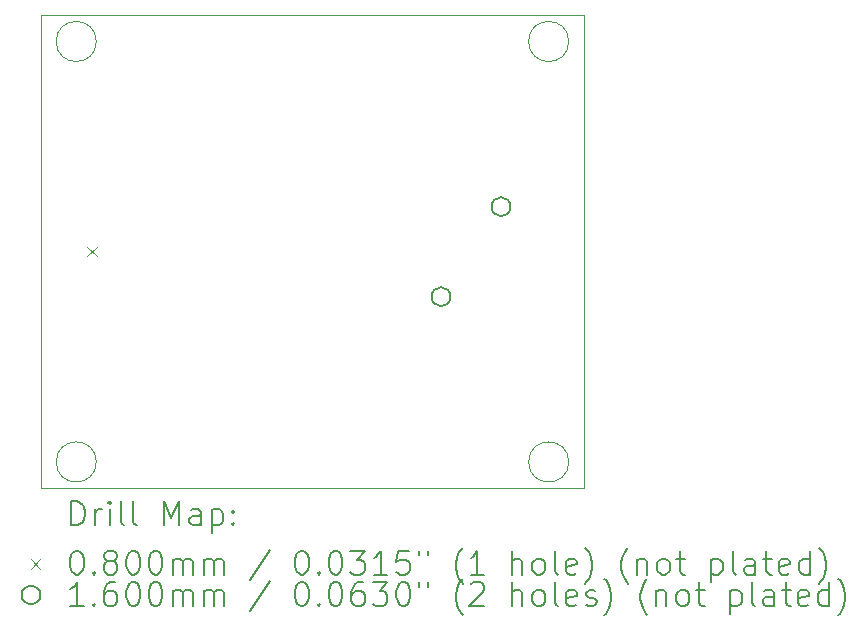
<source format=gbr>
%TF.GenerationSoftware,KiCad,Pcbnew,9.0.0*%
%TF.CreationDate,2025-03-06T01:47:33+08:00*%
%TF.ProjectId,HighDRMic_EVB,48696768-4452-44d6-9963-5f4556422e6b,rev?*%
%TF.SameCoordinates,Original*%
%TF.FileFunction,Drillmap*%
%TF.FilePolarity,Positive*%
%FSLAX45Y45*%
G04 Gerber Fmt 4.5, Leading zero omitted, Abs format (unit mm)*
G04 Created by KiCad (PCBNEW 9.0.0) date 2025-03-06 01:47:33*
%MOMM*%
%LPD*%
G01*
G04 APERTURE LIST*
%ADD10C,0.050000*%
%ADD11C,0.200000*%
%ADD12C,0.100000*%
%ADD13C,0.160000*%
G04 APERTURE END LIST*
D10*
X15670000Y-11780000D02*
G75*
G02*
X15330000Y-11780000I-170000J0D01*
G01*
X15330000Y-11780000D02*
G75*
G02*
X15670000Y-11780000I170000J0D01*
G01*
X19670000Y-8220000D02*
G75*
G02*
X19330000Y-8220000I-170000J0D01*
G01*
X19330000Y-8220000D02*
G75*
G02*
X19670000Y-8220000I170000J0D01*
G01*
X15200000Y-8000000D02*
X19800000Y-8000000D01*
X19800000Y-12000000D01*
X15200000Y-12000000D01*
X15200000Y-8000000D01*
X15670000Y-8220000D02*
G75*
G02*
X15330000Y-8220000I-170000J0D01*
G01*
X15330000Y-8220000D02*
G75*
G02*
X15670000Y-8220000I170000J0D01*
G01*
X19670000Y-11780000D02*
G75*
G02*
X19330000Y-11780000I-170000J0D01*
G01*
X19330000Y-11780000D02*
G75*
G02*
X19670000Y-11780000I170000J0D01*
G01*
D11*
D12*
X15592000Y-9960000D02*
X15672000Y-10040000D01*
X15672000Y-9960000D02*
X15592000Y-10040000D01*
D13*
X18669000Y-10381000D02*
G75*
G02*
X18509000Y-10381000I-80000J0D01*
G01*
X18509000Y-10381000D02*
G75*
G02*
X18669000Y-10381000I80000J0D01*
G01*
X19177000Y-9619000D02*
G75*
G02*
X19017000Y-9619000I-80000J0D01*
G01*
X19017000Y-9619000D02*
G75*
G02*
X19177000Y-9619000I80000J0D01*
G01*
D11*
X15458277Y-12313984D02*
X15458277Y-12113984D01*
X15458277Y-12113984D02*
X15505896Y-12113984D01*
X15505896Y-12113984D02*
X15534467Y-12123508D01*
X15534467Y-12123508D02*
X15553515Y-12142555D01*
X15553515Y-12142555D02*
X15563039Y-12161603D01*
X15563039Y-12161603D02*
X15572562Y-12199698D01*
X15572562Y-12199698D02*
X15572562Y-12228269D01*
X15572562Y-12228269D02*
X15563039Y-12266365D01*
X15563039Y-12266365D02*
X15553515Y-12285412D01*
X15553515Y-12285412D02*
X15534467Y-12304460D01*
X15534467Y-12304460D02*
X15505896Y-12313984D01*
X15505896Y-12313984D02*
X15458277Y-12313984D01*
X15658277Y-12313984D02*
X15658277Y-12180650D01*
X15658277Y-12218746D02*
X15667801Y-12199698D01*
X15667801Y-12199698D02*
X15677324Y-12190174D01*
X15677324Y-12190174D02*
X15696372Y-12180650D01*
X15696372Y-12180650D02*
X15715420Y-12180650D01*
X15782086Y-12313984D02*
X15782086Y-12180650D01*
X15782086Y-12113984D02*
X15772562Y-12123508D01*
X15772562Y-12123508D02*
X15782086Y-12133031D01*
X15782086Y-12133031D02*
X15791610Y-12123508D01*
X15791610Y-12123508D02*
X15782086Y-12113984D01*
X15782086Y-12113984D02*
X15782086Y-12133031D01*
X15905896Y-12313984D02*
X15886848Y-12304460D01*
X15886848Y-12304460D02*
X15877324Y-12285412D01*
X15877324Y-12285412D02*
X15877324Y-12113984D01*
X16010658Y-12313984D02*
X15991610Y-12304460D01*
X15991610Y-12304460D02*
X15982086Y-12285412D01*
X15982086Y-12285412D02*
X15982086Y-12113984D01*
X16239229Y-12313984D02*
X16239229Y-12113984D01*
X16239229Y-12113984D02*
X16305896Y-12256841D01*
X16305896Y-12256841D02*
X16372562Y-12113984D01*
X16372562Y-12113984D02*
X16372562Y-12313984D01*
X16553515Y-12313984D02*
X16553515Y-12209222D01*
X16553515Y-12209222D02*
X16543991Y-12190174D01*
X16543991Y-12190174D02*
X16524943Y-12180650D01*
X16524943Y-12180650D02*
X16486848Y-12180650D01*
X16486848Y-12180650D02*
X16467801Y-12190174D01*
X16553515Y-12304460D02*
X16534467Y-12313984D01*
X16534467Y-12313984D02*
X16486848Y-12313984D01*
X16486848Y-12313984D02*
X16467801Y-12304460D01*
X16467801Y-12304460D02*
X16458277Y-12285412D01*
X16458277Y-12285412D02*
X16458277Y-12266365D01*
X16458277Y-12266365D02*
X16467801Y-12247317D01*
X16467801Y-12247317D02*
X16486848Y-12237793D01*
X16486848Y-12237793D02*
X16534467Y-12237793D01*
X16534467Y-12237793D02*
X16553515Y-12228269D01*
X16648753Y-12180650D02*
X16648753Y-12380650D01*
X16648753Y-12190174D02*
X16667801Y-12180650D01*
X16667801Y-12180650D02*
X16705896Y-12180650D01*
X16705896Y-12180650D02*
X16724943Y-12190174D01*
X16724943Y-12190174D02*
X16734467Y-12199698D01*
X16734467Y-12199698D02*
X16743991Y-12218746D01*
X16743991Y-12218746D02*
X16743991Y-12275888D01*
X16743991Y-12275888D02*
X16734467Y-12294936D01*
X16734467Y-12294936D02*
X16724943Y-12304460D01*
X16724943Y-12304460D02*
X16705896Y-12313984D01*
X16705896Y-12313984D02*
X16667801Y-12313984D01*
X16667801Y-12313984D02*
X16648753Y-12304460D01*
X16829705Y-12294936D02*
X16839229Y-12304460D01*
X16839229Y-12304460D02*
X16829705Y-12313984D01*
X16829705Y-12313984D02*
X16820182Y-12304460D01*
X16820182Y-12304460D02*
X16829705Y-12294936D01*
X16829705Y-12294936D02*
X16829705Y-12313984D01*
X16829705Y-12190174D02*
X16839229Y-12199698D01*
X16839229Y-12199698D02*
X16829705Y-12209222D01*
X16829705Y-12209222D02*
X16820182Y-12199698D01*
X16820182Y-12199698D02*
X16829705Y-12190174D01*
X16829705Y-12190174D02*
X16829705Y-12209222D01*
D12*
X15117500Y-12602500D02*
X15197500Y-12682500D01*
X15197500Y-12602500D02*
X15117500Y-12682500D01*
D11*
X15496372Y-12533984D02*
X15515420Y-12533984D01*
X15515420Y-12533984D02*
X15534467Y-12543508D01*
X15534467Y-12543508D02*
X15543991Y-12553031D01*
X15543991Y-12553031D02*
X15553515Y-12572079D01*
X15553515Y-12572079D02*
X15563039Y-12610174D01*
X15563039Y-12610174D02*
X15563039Y-12657793D01*
X15563039Y-12657793D02*
X15553515Y-12695888D01*
X15553515Y-12695888D02*
X15543991Y-12714936D01*
X15543991Y-12714936D02*
X15534467Y-12724460D01*
X15534467Y-12724460D02*
X15515420Y-12733984D01*
X15515420Y-12733984D02*
X15496372Y-12733984D01*
X15496372Y-12733984D02*
X15477324Y-12724460D01*
X15477324Y-12724460D02*
X15467801Y-12714936D01*
X15467801Y-12714936D02*
X15458277Y-12695888D01*
X15458277Y-12695888D02*
X15448753Y-12657793D01*
X15448753Y-12657793D02*
X15448753Y-12610174D01*
X15448753Y-12610174D02*
X15458277Y-12572079D01*
X15458277Y-12572079D02*
X15467801Y-12553031D01*
X15467801Y-12553031D02*
X15477324Y-12543508D01*
X15477324Y-12543508D02*
X15496372Y-12533984D01*
X15648753Y-12714936D02*
X15658277Y-12724460D01*
X15658277Y-12724460D02*
X15648753Y-12733984D01*
X15648753Y-12733984D02*
X15639229Y-12724460D01*
X15639229Y-12724460D02*
X15648753Y-12714936D01*
X15648753Y-12714936D02*
X15648753Y-12733984D01*
X15772562Y-12619698D02*
X15753515Y-12610174D01*
X15753515Y-12610174D02*
X15743991Y-12600650D01*
X15743991Y-12600650D02*
X15734467Y-12581603D01*
X15734467Y-12581603D02*
X15734467Y-12572079D01*
X15734467Y-12572079D02*
X15743991Y-12553031D01*
X15743991Y-12553031D02*
X15753515Y-12543508D01*
X15753515Y-12543508D02*
X15772562Y-12533984D01*
X15772562Y-12533984D02*
X15810658Y-12533984D01*
X15810658Y-12533984D02*
X15829705Y-12543508D01*
X15829705Y-12543508D02*
X15839229Y-12553031D01*
X15839229Y-12553031D02*
X15848753Y-12572079D01*
X15848753Y-12572079D02*
X15848753Y-12581603D01*
X15848753Y-12581603D02*
X15839229Y-12600650D01*
X15839229Y-12600650D02*
X15829705Y-12610174D01*
X15829705Y-12610174D02*
X15810658Y-12619698D01*
X15810658Y-12619698D02*
X15772562Y-12619698D01*
X15772562Y-12619698D02*
X15753515Y-12629222D01*
X15753515Y-12629222D02*
X15743991Y-12638746D01*
X15743991Y-12638746D02*
X15734467Y-12657793D01*
X15734467Y-12657793D02*
X15734467Y-12695888D01*
X15734467Y-12695888D02*
X15743991Y-12714936D01*
X15743991Y-12714936D02*
X15753515Y-12724460D01*
X15753515Y-12724460D02*
X15772562Y-12733984D01*
X15772562Y-12733984D02*
X15810658Y-12733984D01*
X15810658Y-12733984D02*
X15829705Y-12724460D01*
X15829705Y-12724460D02*
X15839229Y-12714936D01*
X15839229Y-12714936D02*
X15848753Y-12695888D01*
X15848753Y-12695888D02*
X15848753Y-12657793D01*
X15848753Y-12657793D02*
X15839229Y-12638746D01*
X15839229Y-12638746D02*
X15829705Y-12629222D01*
X15829705Y-12629222D02*
X15810658Y-12619698D01*
X15972562Y-12533984D02*
X15991610Y-12533984D01*
X15991610Y-12533984D02*
X16010658Y-12543508D01*
X16010658Y-12543508D02*
X16020182Y-12553031D01*
X16020182Y-12553031D02*
X16029705Y-12572079D01*
X16029705Y-12572079D02*
X16039229Y-12610174D01*
X16039229Y-12610174D02*
X16039229Y-12657793D01*
X16039229Y-12657793D02*
X16029705Y-12695888D01*
X16029705Y-12695888D02*
X16020182Y-12714936D01*
X16020182Y-12714936D02*
X16010658Y-12724460D01*
X16010658Y-12724460D02*
X15991610Y-12733984D01*
X15991610Y-12733984D02*
X15972562Y-12733984D01*
X15972562Y-12733984D02*
X15953515Y-12724460D01*
X15953515Y-12724460D02*
X15943991Y-12714936D01*
X15943991Y-12714936D02*
X15934467Y-12695888D01*
X15934467Y-12695888D02*
X15924943Y-12657793D01*
X15924943Y-12657793D02*
X15924943Y-12610174D01*
X15924943Y-12610174D02*
X15934467Y-12572079D01*
X15934467Y-12572079D02*
X15943991Y-12553031D01*
X15943991Y-12553031D02*
X15953515Y-12543508D01*
X15953515Y-12543508D02*
X15972562Y-12533984D01*
X16163039Y-12533984D02*
X16182086Y-12533984D01*
X16182086Y-12533984D02*
X16201134Y-12543508D01*
X16201134Y-12543508D02*
X16210658Y-12553031D01*
X16210658Y-12553031D02*
X16220182Y-12572079D01*
X16220182Y-12572079D02*
X16229705Y-12610174D01*
X16229705Y-12610174D02*
X16229705Y-12657793D01*
X16229705Y-12657793D02*
X16220182Y-12695888D01*
X16220182Y-12695888D02*
X16210658Y-12714936D01*
X16210658Y-12714936D02*
X16201134Y-12724460D01*
X16201134Y-12724460D02*
X16182086Y-12733984D01*
X16182086Y-12733984D02*
X16163039Y-12733984D01*
X16163039Y-12733984D02*
X16143991Y-12724460D01*
X16143991Y-12724460D02*
X16134467Y-12714936D01*
X16134467Y-12714936D02*
X16124943Y-12695888D01*
X16124943Y-12695888D02*
X16115420Y-12657793D01*
X16115420Y-12657793D02*
X16115420Y-12610174D01*
X16115420Y-12610174D02*
X16124943Y-12572079D01*
X16124943Y-12572079D02*
X16134467Y-12553031D01*
X16134467Y-12553031D02*
X16143991Y-12543508D01*
X16143991Y-12543508D02*
X16163039Y-12533984D01*
X16315420Y-12733984D02*
X16315420Y-12600650D01*
X16315420Y-12619698D02*
X16324943Y-12610174D01*
X16324943Y-12610174D02*
X16343991Y-12600650D01*
X16343991Y-12600650D02*
X16372563Y-12600650D01*
X16372563Y-12600650D02*
X16391610Y-12610174D01*
X16391610Y-12610174D02*
X16401134Y-12629222D01*
X16401134Y-12629222D02*
X16401134Y-12733984D01*
X16401134Y-12629222D02*
X16410658Y-12610174D01*
X16410658Y-12610174D02*
X16429705Y-12600650D01*
X16429705Y-12600650D02*
X16458277Y-12600650D01*
X16458277Y-12600650D02*
X16477324Y-12610174D01*
X16477324Y-12610174D02*
X16486848Y-12629222D01*
X16486848Y-12629222D02*
X16486848Y-12733984D01*
X16582086Y-12733984D02*
X16582086Y-12600650D01*
X16582086Y-12619698D02*
X16591610Y-12610174D01*
X16591610Y-12610174D02*
X16610658Y-12600650D01*
X16610658Y-12600650D02*
X16639229Y-12600650D01*
X16639229Y-12600650D02*
X16658277Y-12610174D01*
X16658277Y-12610174D02*
X16667801Y-12629222D01*
X16667801Y-12629222D02*
X16667801Y-12733984D01*
X16667801Y-12629222D02*
X16677324Y-12610174D01*
X16677324Y-12610174D02*
X16696372Y-12600650D01*
X16696372Y-12600650D02*
X16724943Y-12600650D01*
X16724943Y-12600650D02*
X16743991Y-12610174D01*
X16743991Y-12610174D02*
X16753515Y-12629222D01*
X16753515Y-12629222D02*
X16753515Y-12733984D01*
X17143991Y-12524460D02*
X16972563Y-12781603D01*
X17401134Y-12533984D02*
X17420182Y-12533984D01*
X17420182Y-12533984D02*
X17439229Y-12543508D01*
X17439229Y-12543508D02*
X17448753Y-12553031D01*
X17448753Y-12553031D02*
X17458277Y-12572079D01*
X17458277Y-12572079D02*
X17467801Y-12610174D01*
X17467801Y-12610174D02*
X17467801Y-12657793D01*
X17467801Y-12657793D02*
X17458277Y-12695888D01*
X17458277Y-12695888D02*
X17448753Y-12714936D01*
X17448753Y-12714936D02*
X17439229Y-12724460D01*
X17439229Y-12724460D02*
X17420182Y-12733984D01*
X17420182Y-12733984D02*
X17401134Y-12733984D01*
X17401134Y-12733984D02*
X17382087Y-12724460D01*
X17382087Y-12724460D02*
X17372563Y-12714936D01*
X17372563Y-12714936D02*
X17363039Y-12695888D01*
X17363039Y-12695888D02*
X17353515Y-12657793D01*
X17353515Y-12657793D02*
X17353515Y-12610174D01*
X17353515Y-12610174D02*
X17363039Y-12572079D01*
X17363039Y-12572079D02*
X17372563Y-12553031D01*
X17372563Y-12553031D02*
X17382087Y-12543508D01*
X17382087Y-12543508D02*
X17401134Y-12533984D01*
X17553515Y-12714936D02*
X17563039Y-12724460D01*
X17563039Y-12724460D02*
X17553515Y-12733984D01*
X17553515Y-12733984D02*
X17543991Y-12724460D01*
X17543991Y-12724460D02*
X17553515Y-12714936D01*
X17553515Y-12714936D02*
X17553515Y-12733984D01*
X17686848Y-12533984D02*
X17705896Y-12533984D01*
X17705896Y-12533984D02*
X17724944Y-12543508D01*
X17724944Y-12543508D02*
X17734468Y-12553031D01*
X17734468Y-12553031D02*
X17743991Y-12572079D01*
X17743991Y-12572079D02*
X17753515Y-12610174D01*
X17753515Y-12610174D02*
X17753515Y-12657793D01*
X17753515Y-12657793D02*
X17743991Y-12695888D01*
X17743991Y-12695888D02*
X17734468Y-12714936D01*
X17734468Y-12714936D02*
X17724944Y-12724460D01*
X17724944Y-12724460D02*
X17705896Y-12733984D01*
X17705896Y-12733984D02*
X17686848Y-12733984D01*
X17686848Y-12733984D02*
X17667801Y-12724460D01*
X17667801Y-12724460D02*
X17658277Y-12714936D01*
X17658277Y-12714936D02*
X17648753Y-12695888D01*
X17648753Y-12695888D02*
X17639229Y-12657793D01*
X17639229Y-12657793D02*
X17639229Y-12610174D01*
X17639229Y-12610174D02*
X17648753Y-12572079D01*
X17648753Y-12572079D02*
X17658277Y-12553031D01*
X17658277Y-12553031D02*
X17667801Y-12543508D01*
X17667801Y-12543508D02*
X17686848Y-12533984D01*
X17820182Y-12533984D02*
X17943991Y-12533984D01*
X17943991Y-12533984D02*
X17877325Y-12610174D01*
X17877325Y-12610174D02*
X17905896Y-12610174D01*
X17905896Y-12610174D02*
X17924944Y-12619698D01*
X17924944Y-12619698D02*
X17934468Y-12629222D01*
X17934468Y-12629222D02*
X17943991Y-12648269D01*
X17943991Y-12648269D02*
X17943991Y-12695888D01*
X17943991Y-12695888D02*
X17934468Y-12714936D01*
X17934468Y-12714936D02*
X17924944Y-12724460D01*
X17924944Y-12724460D02*
X17905896Y-12733984D01*
X17905896Y-12733984D02*
X17848753Y-12733984D01*
X17848753Y-12733984D02*
X17829706Y-12724460D01*
X17829706Y-12724460D02*
X17820182Y-12714936D01*
X18134468Y-12733984D02*
X18020182Y-12733984D01*
X18077325Y-12733984D02*
X18077325Y-12533984D01*
X18077325Y-12533984D02*
X18058277Y-12562555D01*
X18058277Y-12562555D02*
X18039229Y-12581603D01*
X18039229Y-12581603D02*
X18020182Y-12591127D01*
X18315420Y-12533984D02*
X18220182Y-12533984D01*
X18220182Y-12533984D02*
X18210658Y-12629222D01*
X18210658Y-12629222D02*
X18220182Y-12619698D01*
X18220182Y-12619698D02*
X18239229Y-12610174D01*
X18239229Y-12610174D02*
X18286849Y-12610174D01*
X18286849Y-12610174D02*
X18305896Y-12619698D01*
X18305896Y-12619698D02*
X18315420Y-12629222D01*
X18315420Y-12629222D02*
X18324944Y-12648269D01*
X18324944Y-12648269D02*
X18324944Y-12695888D01*
X18324944Y-12695888D02*
X18315420Y-12714936D01*
X18315420Y-12714936D02*
X18305896Y-12724460D01*
X18305896Y-12724460D02*
X18286849Y-12733984D01*
X18286849Y-12733984D02*
X18239229Y-12733984D01*
X18239229Y-12733984D02*
X18220182Y-12724460D01*
X18220182Y-12724460D02*
X18210658Y-12714936D01*
X18401134Y-12533984D02*
X18401134Y-12572079D01*
X18477325Y-12533984D02*
X18477325Y-12572079D01*
X18772563Y-12810174D02*
X18763039Y-12800650D01*
X18763039Y-12800650D02*
X18743991Y-12772079D01*
X18743991Y-12772079D02*
X18734468Y-12753031D01*
X18734468Y-12753031D02*
X18724944Y-12724460D01*
X18724944Y-12724460D02*
X18715420Y-12676841D01*
X18715420Y-12676841D02*
X18715420Y-12638746D01*
X18715420Y-12638746D02*
X18724944Y-12591127D01*
X18724944Y-12591127D02*
X18734468Y-12562555D01*
X18734468Y-12562555D02*
X18743991Y-12543508D01*
X18743991Y-12543508D02*
X18763039Y-12514936D01*
X18763039Y-12514936D02*
X18772563Y-12505412D01*
X18953515Y-12733984D02*
X18839230Y-12733984D01*
X18896372Y-12733984D02*
X18896372Y-12533984D01*
X18896372Y-12533984D02*
X18877325Y-12562555D01*
X18877325Y-12562555D02*
X18858277Y-12581603D01*
X18858277Y-12581603D02*
X18839230Y-12591127D01*
X19191611Y-12733984D02*
X19191611Y-12533984D01*
X19277325Y-12733984D02*
X19277325Y-12629222D01*
X19277325Y-12629222D02*
X19267801Y-12610174D01*
X19267801Y-12610174D02*
X19248753Y-12600650D01*
X19248753Y-12600650D02*
X19220182Y-12600650D01*
X19220182Y-12600650D02*
X19201134Y-12610174D01*
X19201134Y-12610174D02*
X19191611Y-12619698D01*
X19401134Y-12733984D02*
X19382087Y-12724460D01*
X19382087Y-12724460D02*
X19372563Y-12714936D01*
X19372563Y-12714936D02*
X19363039Y-12695888D01*
X19363039Y-12695888D02*
X19363039Y-12638746D01*
X19363039Y-12638746D02*
X19372563Y-12619698D01*
X19372563Y-12619698D02*
X19382087Y-12610174D01*
X19382087Y-12610174D02*
X19401134Y-12600650D01*
X19401134Y-12600650D02*
X19429706Y-12600650D01*
X19429706Y-12600650D02*
X19448753Y-12610174D01*
X19448753Y-12610174D02*
X19458277Y-12619698D01*
X19458277Y-12619698D02*
X19467801Y-12638746D01*
X19467801Y-12638746D02*
X19467801Y-12695888D01*
X19467801Y-12695888D02*
X19458277Y-12714936D01*
X19458277Y-12714936D02*
X19448753Y-12724460D01*
X19448753Y-12724460D02*
X19429706Y-12733984D01*
X19429706Y-12733984D02*
X19401134Y-12733984D01*
X19582087Y-12733984D02*
X19563039Y-12724460D01*
X19563039Y-12724460D02*
X19553515Y-12705412D01*
X19553515Y-12705412D02*
X19553515Y-12533984D01*
X19734468Y-12724460D02*
X19715420Y-12733984D01*
X19715420Y-12733984D02*
X19677325Y-12733984D01*
X19677325Y-12733984D02*
X19658277Y-12724460D01*
X19658277Y-12724460D02*
X19648753Y-12705412D01*
X19648753Y-12705412D02*
X19648753Y-12629222D01*
X19648753Y-12629222D02*
X19658277Y-12610174D01*
X19658277Y-12610174D02*
X19677325Y-12600650D01*
X19677325Y-12600650D02*
X19715420Y-12600650D01*
X19715420Y-12600650D02*
X19734468Y-12610174D01*
X19734468Y-12610174D02*
X19743992Y-12629222D01*
X19743992Y-12629222D02*
X19743992Y-12648269D01*
X19743992Y-12648269D02*
X19648753Y-12667317D01*
X19810658Y-12810174D02*
X19820182Y-12800650D01*
X19820182Y-12800650D02*
X19839230Y-12772079D01*
X19839230Y-12772079D02*
X19848753Y-12753031D01*
X19848753Y-12753031D02*
X19858277Y-12724460D01*
X19858277Y-12724460D02*
X19867801Y-12676841D01*
X19867801Y-12676841D02*
X19867801Y-12638746D01*
X19867801Y-12638746D02*
X19858277Y-12591127D01*
X19858277Y-12591127D02*
X19848753Y-12562555D01*
X19848753Y-12562555D02*
X19839230Y-12543508D01*
X19839230Y-12543508D02*
X19820182Y-12514936D01*
X19820182Y-12514936D02*
X19810658Y-12505412D01*
X20172563Y-12810174D02*
X20163039Y-12800650D01*
X20163039Y-12800650D02*
X20143992Y-12772079D01*
X20143992Y-12772079D02*
X20134468Y-12753031D01*
X20134468Y-12753031D02*
X20124944Y-12724460D01*
X20124944Y-12724460D02*
X20115420Y-12676841D01*
X20115420Y-12676841D02*
X20115420Y-12638746D01*
X20115420Y-12638746D02*
X20124944Y-12591127D01*
X20124944Y-12591127D02*
X20134468Y-12562555D01*
X20134468Y-12562555D02*
X20143992Y-12543508D01*
X20143992Y-12543508D02*
X20163039Y-12514936D01*
X20163039Y-12514936D02*
X20172563Y-12505412D01*
X20248753Y-12600650D02*
X20248753Y-12733984D01*
X20248753Y-12619698D02*
X20258277Y-12610174D01*
X20258277Y-12610174D02*
X20277325Y-12600650D01*
X20277325Y-12600650D02*
X20305896Y-12600650D01*
X20305896Y-12600650D02*
X20324944Y-12610174D01*
X20324944Y-12610174D02*
X20334468Y-12629222D01*
X20334468Y-12629222D02*
X20334468Y-12733984D01*
X20458277Y-12733984D02*
X20439230Y-12724460D01*
X20439230Y-12724460D02*
X20429706Y-12714936D01*
X20429706Y-12714936D02*
X20420182Y-12695888D01*
X20420182Y-12695888D02*
X20420182Y-12638746D01*
X20420182Y-12638746D02*
X20429706Y-12619698D01*
X20429706Y-12619698D02*
X20439230Y-12610174D01*
X20439230Y-12610174D02*
X20458277Y-12600650D01*
X20458277Y-12600650D02*
X20486849Y-12600650D01*
X20486849Y-12600650D02*
X20505896Y-12610174D01*
X20505896Y-12610174D02*
X20515420Y-12619698D01*
X20515420Y-12619698D02*
X20524944Y-12638746D01*
X20524944Y-12638746D02*
X20524944Y-12695888D01*
X20524944Y-12695888D02*
X20515420Y-12714936D01*
X20515420Y-12714936D02*
X20505896Y-12724460D01*
X20505896Y-12724460D02*
X20486849Y-12733984D01*
X20486849Y-12733984D02*
X20458277Y-12733984D01*
X20582087Y-12600650D02*
X20658277Y-12600650D01*
X20610658Y-12533984D02*
X20610658Y-12705412D01*
X20610658Y-12705412D02*
X20620182Y-12724460D01*
X20620182Y-12724460D02*
X20639230Y-12733984D01*
X20639230Y-12733984D02*
X20658277Y-12733984D01*
X20877325Y-12600650D02*
X20877325Y-12800650D01*
X20877325Y-12610174D02*
X20896373Y-12600650D01*
X20896373Y-12600650D02*
X20934468Y-12600650D01*
X20934468Y-12600650D02*
X20953515Y-12610174D01*
X20953515Y-12610174D02*
X20963039Y-12619698D01*
X20963039Y-12619698D02*
X20972563Y-12638746D01*
X20972563Y-12638746D02*
X20972563Y-12695888D01*
X20972563Y-12695888D02*
X20963039Y-12714936D01*
X20963039Y-12714936D02*
X20953515Y-12724460D01*
X20953515Y-12724460D02*
X20934468Y-12733984D01*
X20934468Y-12733984D02*
X20896373Y-12733984D01*
X20896373Y-12733984D02*
X20877325Y-12724460D01*
X21086849Y-12733984D02*
X21067801Y-12724460D01*
X21067801Y-12724460D02*
X21058277Y-12705412D01*
X21058277Y-12705412D02*
X21058277Y-12533984D01*
X21248754Y-12733984D02*
X21248754Y-12629222D01*
X21248754Y-12629222D02*
X21239230Y-12610174D01*
X21239230Y-12610174D02*
X21220182Y-12600650D01*
X21220182Y-12600650D02*
X21182087Y-12600650D01*
X21182087Y-12600650D02*
X21163039Y-12610174D01*
X21248754Y-12724460D02*
X21229706Y-12733984D01*
X21229706Y-12733984D02*
X21182087Y-12733984D01*
X21182087Y-12733984D02*
X21163039Y-12724460D01*
X21163039Y-12724460D02*
X21153515Y-12705412D01*
X21153515Y-12705412D02*
X21153515Y-12686365D01*
X21153515Y-12686365D02*
X21163039Y-12667317D01*
X21163039Y-12667317D02*
X21182087Y-12657793D01*
X21182087Y-12657793D02*
X21229706Y-12657793D01*
X21229706Y-12657793D02*
X21248754Y-12648269D01*
X21315420Y-12600650D02*
X21391611Y-12600650D01*
X21343992Y-12533984D02*
X21343992Y-12705412D01*
X21343992Y-12705412D02*
X21353515Y-12724460D01*
X21353515Y-12724460D02*
X21372563Y-12733984D01*
X21372563Y-12733984D02*
X21391611Y-12733984D01*
X21534468Y-12724460D02*
X21515420Y-12733984D01*
X21515420Y-12733984D02*
X21477325Y-12733984D01*
X21477325Y-12733984D02*
X21458277Y-12724460D01*
X21458277Y-12724460D02*
X21448754Y-12705412D01*
X21448754Y-12705412D02*
X21448754Y-12629222D01*
X21448754Y-12629222D02*
X21458277Y-12610174D01*
X21458277Y-12610174D02*
X21477325Y-12600650D01*
X21477325Y-12600650D02*
X21515420Y-12600650D01*
X21515420Y-12600650D02*
X21534468Y-12610174D01*
X21534468Y-12610174D02*
X21543992Y-12629222D01*
X21543992Y-12629222D02*
X21543992Y-12648269D01*
X21543992Y-12648269D02*
X21448754Y-12667317D01*
X21715420Y-12733984D02*
X21715420Y-12533984D01*
X21715420Y-12724460D02*
X21696373Y-12733984D01*
X21696373Y-12733984D02*
X21658277Y-12733984D01*
X21658277Y-12733984D02*
X21639230Y-12724460D01*
X21639230Y-12724460D02*
X21629706Y-12714936D01*
X21629706Y-12714936D02*
X21620182Y-12695888D01*
X21620182Y-12695888D02*
X21620182Y-12638746D01*
X21620182Y-12638746D02*
X21629706Y-12619698D01*
X21629706Y-12619698D02*
X21639230Y-12610174D01*
X21639230Y-12610174D02*
X21658277Y-12600650D01*
X21658277Y-12600650D02*
X21696373Y-12600650D01*
X21696373Y-12600650D02*
X21715420Y-12610174D01*
X21791611Y-12810174D02*
X21801135Y-12800650D01*
X21801135Y-12800650D02*
X21820182Y-12772079D01*
X21820182Y-12772079D02*
X21829706Y-12753031D01*
X21829706Y-12753031D02*
X21839230Y-12724460D01*
X21839230Y-12724460D02*
X21848754Y-12676841D01*
X21848754Y-12676841D02*
X21848754Y-12638746D01*
X21848754Y-12638746D02*
X21839230Y-12591127D01*
X21839230Y-12591127D02*
X21829706Y-12562555D01*
X21829706Y-12562555D02*
X21820182Y-12543508D01*
X21820182Y-12543508D02*
X21801135Y-12514936D01*
X21801135Y-12514936D02*
X21791611Y-12505412D01*
D13*
X15197500Y-12906500D02*
G75*
G02*
X15037500Y-12906500I-80000J0D01*
G01*
X15037500Y-12906500D02*
G75*
G02*
X15197500Y-12906500I80000J0D01*
G01*
D11*
X15563039Y-12997984D02*
X15448753Y-12997984D01*
X15505896Y-12997984D02*
X15505896Y-12797984D01*
X15505896Y-12797984D02*
X15486848Y-12826555D01*
X15486848Y-12826555D02*
X15467801Y-12845603D01*
X15467801Y-12845603D02*
X15448753Y-12855127D01*
X15648753Y-12978936D02*
X15658277Y-12988460D01*
X15658277Y-12988460D02*
X15648753Y-12997984D01*
X15648753Y-12997984D02*
X15639229Y-12988460D01*
X15639229Y-12988460D02*
X15648753Y-12978936D01*
X15648753Y-12978936D02*
X15648753Y-12997984D01*
X15829705Y-12797984D02*
X15791610Y-12797984D01*
X15791610Y-12797984D02*
X15772562Y-12807508D01*
X15772562Y-12807508D02*
X15763039Y-12817031D01*
X15763039Y-12817031D02*
X15743991Y-12845603D01*
X15743991Y-12845603D02*
X15734467Y-12883698D01*
X15734467Y-12883698D02*
X15734467Y-12959888D01*
X15734467Y-12959888D02*
X15743991Y-12978936D01*
X15743991Y-12978936D02*
X15753515Y-12988460D01*
X15753515Y-12988460D02*
X15772562Y-12997984D01*
X15772562Y-12997984D02*
X15810658Y-12997984D01*
X15810658Y-12997984D02*
X15829705Y-12988460D01*
X15829705Y-12988460D02*
X15839229Y-12978936D01*
X15839229Y-12978936D02*
X15848753Y-12959888D01*
X15848753Y-12959888D02*
X15848753Y-12912269D01*
X15848753Y-12912269D02*
X15839229Y-12893222D01*
X15839229Y-12893222D02*
X15829705Y-12883698D01*
X15829705Y-12883698D02*
X15810658Y-12874174D01*
X15810658Y-12874174D02*
X15772562Y-12874174D01*
X15772562Y-12874174D02*
X15753515Y-12883698D01*
X15753515Y-12883698D02*
X15743991Y-12893222D01*
X15743991Y-12893222D02*
X15734467Y-12912269D01*
X15972562Y-12797984D02*
X15991610Y-12797984D01*
X15991610Y-12797984D02*
X16010658Y-12807508D01*
X16010658Y-12807508D02*
X16020182Y-12817031D01*
X16020182Y-12817031D02*
X16029705Y-12836079D01*
X16029705Y-12836079D02*
X16039229Y-12874174D01*
X16039229Y-12874174D02*
X16039229Y-12921793D01*
X16039229Y-12921793D02*
X16029705Y-12959888D01*
X16029705Y-12959888D02*
X16020182Y-12978936D01*
X16020182Y-12978936D02*
X16010658Y-12988460D01*
X16010658Y-12988460D02*
X15991610Y-12997984D01*
X15991610Y-12997984D02*
X15972562Y-12997984D01*
X15972562Y-12997984D02*
X15953515Y-12988460D01*
X15953515Y-12988460D02*
X15943991Y-12978936D01*
X15943991Y-12978936D02*
X15934467Y-12959888D01*
X15934467Y-12959888D02*
X15924943Y-12921793D01*
X15924943Y-12921793D02*
X15924943Y-12874174D01*
X15924943Y-12874174D02*
X15934467Y-12836079D01*
X15934467Y-12836079D02*
X15943991Y-12817031D01*
X15943991Y-12817031D02*
X15953515Y-12807508D01*
X15953515Y-12807508D02*
X15972562Y-12797984D01*
X16163039Y-12797984D02*
X16182086Y-12797984D01*
X16182086Y-12797984D02*
X16201134Y-12807508D01*
X16201134Y-12807508D02*
X16210658Y-12817031D01*
X16210658Y-12817031D02*
X16220182Y-12836079D01*
X16220182Y-12836079D02*
X16229705Y-12874174D01*
X16229705Y-12874174D02*
X16229705Y-12921793D01*
X16229705Y-12921793D02*
X16220182Y-12959888D01*
X16220182Y-12959888D02*
X16210658Y-12978936D01*
X16210658Y-12978936D02*
X16201134Y-12988460D01*
X16201134Y-12988460D02*
X16182086Y-12997984D01*
X16182086Y-12997984D02*
X16163039Y-12997984D01*
X16163039Y-12997984D02*
X16143991Y-12988460D01*
X16143991Y-12988460D02*
X16134467Y-12978936D01*
X16134467Y-12978936D02*
X16124943Y-12959888D01*
X16124943Y-12959888D02*
X16115420Y-12921793D01*
X16115420Y-12921793D02*
X16115420Y-12874174D01*
X16115420Y-12874174D02*
X16124943Y-12836079D01*
X16124943Y-12836079D02*
X16134467Y-12817031D01*
X16134467Y-12817031D02*
X16143991Y-12807508D01*
X16143991Y-12807508D02*
X16163039Y-12797984D01*
X16315420Y-12997984D02*
X16315420Y-12864650D01*
X16315420Y-12883698D02*
X16324943Y-12874174D01*
X16324943Y-12874174D02*
X16343991Y-12864650D01*
X16343991Y-12864650D02*
X16372563Y-12864650D01*
X16372563Y-12864650D02*
X16391610Y-12874174D01*
X16391610Y-12874174D02*
X16401134Y-12893222D01*
X16401134Y-12893222D02*
X16401134Y-12997984D01*
X16401134Y-12893222D02*
X16410658Y-12874174D01*
X16410658Y-12874174D02*
X16429705Y-12864650D01*
X16429705Y-12864650D02*
X16458277Y-12864650D01*
X16458277Y-12864650D02*
X16477324Y-12874174D01*
X16477324Y-12874174D02*
X16486848Y-12893222D01*
X16486848Y-12893222D02*
X16486848Y-12997984D01*
X16582086Y-12997984D02*
X16582086Y-12864650D01*
X16582086Y-12883698D02*
X16591610Y-12874174D01*
X16591610Y-12874174D02*
X16610658Y-12864650D01*
X16610658Y-12864650D02*
X16639229Y-12864650D01*
X16639229Y-12864650D02*
X16658277Y-12874174D01*
X16658277Y-12874174D02*
X16667801Y-12893222D01*
X16667801Y-12893222D02*
X16667801Y-12997984D01*
X16667801Y-12893222D02*
X16677324Y-12874174D01*
X16677324Y-12874174D02*
X16696372Y-12864650D01*
X16696372Y-12864650D02*
X16724943Y-12864650D01*
X16724943Y-12864650D02*
X16743991Y-12874174D01*
X16743991Y-12874174D02*
X16753515Y-12893222D01*
X16753515Y-12893222D02*
X16753515Y-12997984D01*
X17143991Y-12788460D02*
X16972563Y-13045603D01*
X17401134Y-12797984D02*
X17420182Y-12797984D01*
X17420182Y-12797984D02*
X17439229Y-12807508D01*
X17439229Y-12807508D02*
X17448753Y-12817031D01*
X17448753Y-12817031D02*
X17458277Y-12836079D01*
X17458277Y-12836079D02*
X17467801Y-12874174D01*
X17467801Y-12874174D02*
X17467801Y-12921793D01*
X17467801Y-12921793D02*
X17458277Y-12959888D01*
X17458277Y-12959888D02*
X17448753Y-12978936D01*
X17448753Y-12978936D02*
X17439229Y-12988460D01*
X17439229Y-12988460D02*
X17420182Y-12997984D01*
X17420182Y-12997984D02*
X17401134Y-12997984D01*
X17401134Y-12997984D02*
X17382087Y-12988460D01*
X17382087Y-12988460D02*
X17372563Y-12978936D01*
X17372563Y-12978936D02*
X17363039Y-12959888D01*
X17363039Y-12959888D02*
X17353515Y-12921793D01*
X17353515Y-12921793D02*
X17353515Y-12874174D01*
X17353515Y-12874174D02*
X17363039Y-12836079D01*
X17363039Y-12836079D02*
X17372563Y-12817031D01*
X17372563Y-12817031D02*
X17382087Y-12807508D01*
X17382087Y-12807508D02*
X17401134Y-12797984D01*
X17553515Y-12978936D02*
X17563039Y-12988460D01*
X17563039Y-12988460D02*
X17553515Y-12997984D01*
X17553515Y-12997984D02*
X17543991Y-12988460D01*
X17543991Y-12988460D02*
X17553515Y-12978936D01*
X17553515Y-12978936D02*
X17553515Y-12997984D01*
X17686848Y-12797984D02*
X17705896Y-12797984D01*
X17705896Y-12797984D02*
X17724944Y-12807508D01*
X17724944Y-12807508D02*
X17734468Y-12817031D01*
X17734468Y-12817031D02*
X17743991Y-12836079D01*
X17743991Y-12836079D02*
X17753515Y-12874174D01*
X17753515Y-12874174D02*
X17753515Y-12921793D01*
X17753515Y-12921793D02*
X17743991Y-12959888D01*
X17743991Y-12959888D02*
X17734468Y-12978936D01*
X17734468Y-12978936D02*
X17724944Y-12988460D01*
X17724944Y-12988460D02*
X17705896Y-12997984D01*
X17705896Y-12997984D02*
X17686848Y-12997984D01*
X17686848Y-12997984D02*
X17667801Y-12988460D01*
X17667801Y-12988460D02*
X17658277Y-12978936D01*
X17658277Y-12978936D02*
X17648753Y-12959888D01*
X17648753Y-12959888D02*
X17639229Y-12921793D01*
X17639229Y-12921793D02*
X17639229Y-12874174D01*
X17639229Y-12874174D02*
X17648753Y-12836079D01*
X17648753Y-12836079D02*
X17658277Y-12817031D01*
X17658277Y-12817031D02*
X17667801Y-12807508D01*
X17667801Y-12807508D02*
X17686848Y-12797984D01*
X17924944Y-12797984D02*
X17886848Y-12797984D01*
X17886848Y-12797984D02*
X17867801Y-12807508D01*
X17867801Y-12807508D02*
X17858277Y-12817031D01*
X17858277Y-12817031D02*
X17839229Y-12845603D01*
X17839229Y-12845603D02*
X17829706Y-12883698D01*
X17829706Y-12883698D02*
X17829706Y-12959888D01*
X17829706Y-12959888D02*
X17839229Y-12978936D01*
X17839229Y-12978936D02*
X17848753Y-12988460D01*
X17848753Y-12988460D02*
X17867801Y-12997984D01*
X17867801Y-12997984D02*
X17905896Y-12997984D01*
X17905896Y-12997984D02*
X17924944Y-12988460D01*
X17924944Y-12988460D02*
X17934468Y-12978936D01*
X17934468Y-12978936D02*
X17943991Y-12959888D01*
X17943991Y-12959888D02*
X17943991Y-12912269D01*
X17943991Y-12912269D02*
X17934468Y-12893222D01*
X17934468Y-12893222D02*
X17924944Y-12883698D01*
X17924944Y-12883698D02*
X17905896Y-12874174D01*
X17905896Y-12874174D02*
X17867801Y-12874174D01*
X17867801Y-12874174D02*
X17848753Y-12883698D01*
X17848753Y-12883698D02*
X17839229Y-12893222D01*
X17839229Y-12893222D02*
X17829706Y-12912269D01*
X18010658Y-12797984D02*
X18134468Y-12797984D01*
X18134468Y-12797984D02*
X18067801Y-12874174D01*
X18067801Y-12874174D02*
X18096372Y-12874174D01*
X18096372Y-12874174D02*
X18115420Y-12883698D01*
X18115420Y-12883698D02*
X18124944Y-12893222D01*
X18124944Y-12893222D02*
X18134468Y-12912269D01*
X18134468Y-12912269D02*
X18134468Y-12959888D01*
X18134468Y-12959888D02*
X18124944Y-12978936D01*
X18124944Y-12978936D02*
X18115420Y-12988460D01*
X18115420Y-12988460D02*
X18096372Y-12997984D01*
X18096372Y-12997984D02*
X18039229Y-12997984D01*
X18039229Y-12997984D02*
X18020182Y-12988460D01*
X18020182Y-12988460D02*
X18010658Y-12978936D01*
X18258277Y-12797984D02*
X18277325Y-12797984D01*
X18277325Y-12797984D02*
X18296372Y-12807508D01*
X18296372Y-12807508D02*
X18305896Y-12817031D01*
X18305896Y-12817031D02*
X18315420Y-12836079D01*
X18315420Y-12836079D02*
X18324944Y-12874174D01*
X18324944Y-12874174D02*
X18324944Y-12921793D01*
X18324944Y-12921793D02*
X18315420Y-12959888D01*
X18315420Y-12959888D02*
X18305896Y-12978936D01*
X18305896Y-12978936D02*
X18296372Y-12988460D01*
X18296372Y-12988460D02*
X18277325Y-12997984D01*
X18277325Y-12997984D02*
X18258277Y-12997984D01*
X18258277Y-12997984D02*
X18239229Y-12988460D01*
X18239229Y-12988460D02*
X18229706Y-12978936D01*
X18229706Y-12978936D02*
X18220182Y-12959888D01*
X18220182Y-12959888D02*
X18210658Y-12921793D01*
X18210658Y-12921793D02*
X18210658Y-12874174D01*
X18210658Y-12874174D02*
X18220182Y-12836079D01*
X18220182Y-12836079D02*
X18229706Y-12817031D01*
X18229706Y-12817031D02*
X18239229Y-12807508D01*
X18239229Y-12807508D02*
X18258277Y-12797984D01*
X18401134Y-12797984D02*
X18401134Y-12836079D01*
X18477325Y-12797984D02*
X18477325Y-12836079D01*
X18772563Y-13074174D02*
X18763039Y-13064650D01*
X18763039Y-13064650D02*
X18743991Y-13036079D01*
X18743991Y-13036079D02*
X18734468Y-13017031D01*
X18734468Y-13017031D02*
X18724944Y-12988460D01*
X18724944Y-12988460D02*
X18715420Y-12940841D01*
X18715420Y-12940841D02*
X18715420Y-12902746D01*
X18715420Y-12902746D02*
X18724944Y-12855127D01*
X18724944Y-12855127D02*
X18734468Y-12826555D01*
X18734468Y-12826555D02*
X18743991Y-12807508D01*
X18743991Y-12807508D02*
X18763039Y-12778936D01*
X18763039Y-12778936D02*
X18772563Y-12769412D01*
X18839230Y-12817031D02*
X18848753Y-12807508D01*
X18848753Y-12807508D02*
X18867801Y-12797984D01*
X18867801Y-12797984D02*
X18915420Y-12797984D01*
X18915420Y-12797984D02*
X18934468Y-12807508D01*
X18934468Y-12807508D02*
X18943991Y-12817031D01*
X18943991Y-12817031D02*
X18953515Y-12836079D01*
X18953515Y-12836079D02*
X18953515Y-12855127D01*
X18953515Y-12855127D02*
X18943991Y-12883698D01*
X18943991Y-12883698D02*
X18829706Y-12997984D01*
X18829706Y-12997984D02*
X18953515Y-12997984D01*
X19191611Y-12997984D02*
X19191611Y-12797984D01*
X19277325Y-12997984D02*
X19277325Y-12893222D01*
X19277325Y-12893222D02*
X19267801Y-12874174D01*
X19267801Y-12874174D02*
X19248753Y-12864650D01*
X19248753Y-12864650D02*
X19220182Y-12864650D01*
X19220182Y-12864650D02*
X19201134Y-12874174D01*
X19201134Y-12874174D02*
X19191611Y-12883698D01*
X19401134Y-12997984D02*
X19382087Y-12988460D01*
X19382087Y-12988460D02*
X19372563Y-12978936D01*
X19372563Y-12978936D02*
X19363039Y-12959888D01*
X19363039Y-12959888D02*
X19363039Y-12902746D01*
X19363039Y-12902746D02*
X19372563Y-12883698D01*
X19372563Y-12883698D02*
X19382087Y-12874174D01*
X19382087Y-12874174D02*
X19401134Y-12864650D01*
X19401134Y-12864650D02*
X19429706Y-12864650D01*
X19429706Y-12864650D02*
X19448753Y-12874174D01*
X19448753Y-12874174D02*
X19458277Y-12883698D01*
X19458277Y-12883698D02*
X19467801Y-12902746D01*
X19467801Y-12902746D02*
X19467801Y-12959888D01*
X19467801Y-12959888D02*
X19458277Y-12978936D01*
X19458277Y-12978936D02*
X19448753Y-12988460D01*
X19448753Y-12988460D02*
X19429706Y-12997984D01*
X19429706Y-12997984D02*
X19401134Y-12997984D01*
X19582087Y-12997984D02*
X19563039Y-12988460D01*
X19563039Y-12988460D02*
X19553515Y-12969412D01*
X19553515Y-12969412D02*
X19553515Y-12797984D01*
X19734468Y-12988460D02*
X19715420Y-12997984D01*
X19715420Y-12997984D02*
X19677325Y-12997984D01*
X19677325Y-12997984D02*
X19658277Y-12988460D01*
X19658277Y-12988460D02*
X19648753Y-12969412D01*
X19648753Y-12969412D02*
X19648753Y-12893222D01*
X19648753Y-12893222D02*
X19658277Y-12874174D01*
X19658277Y-12874174D02*
X19677325Y-12864650D01*
X19677325Y-12864650D02*
X19715420Y-12864650D01*
X19715420Y-12864650D02*
X19734468Y-12874174D01*
X19734468Y-12874174D02*
X19743992Y-12893222D01*
X19743992Y-12893222D02*
X19743992Y-12912269D01*
X19743992Y-12912269D02*
X19648753Y-12931317D01*
X19820182Y-12988460D02*
X19839230Y-12997984D01*
X19839230Y-12997984D02*
X19877325Y-12997984D01*
X19877325Y-12997984D02*
X19896373Y-12988460D01*
X19896373Y-12988460D02*
X19905896Y-12969412D01*
X19905896Y-12969412D02*
X19905896Y-12959888D01*
X19905896Y-12959888D02*
X19896373Y-12940841D01*
X19896373Y-12940841D02*
X19877325Y-12931317D01*
X19877325Y-12931317D02*
X19848753Y-12931317D01*
X19848753Y-12931317D02*
X19829706Y-12921793D01*
X19829706Y-12921793D02*
X19820182Y-12902746D01*
X19820182Y-12902746D02*
X19820182Y-12893222D01*
X19820182Y-12893222D02*
X19829706Y-12874174D01*
X19829706Y-12874174D02*
X19848753Y-12864650D01*
X19848753Y-12864650D02*
X19877325Y-12864650D01*
X19877325Y-12864650D02*
X19896373Y-12874174D01*
X19972563Y-13074174D02*
X19982087Y-13064650D01*
X19982087Y-13064650D02*
X20001134Y-13036079D01*
X20001134Y-13036079D02*
X20010658Y-13017031D01*
X20010658Y-13017031D02*
X20020182Y-12988460D01*
X20020182Y-12988460D02*
X20029706Y-12940841D01*
X20029706Y-12940841D02*
X20029706Y-12902746D01*
X20029706Y-12902746D02*
X20020182Y-12855127D01*
X20020182Y-12855127D02*
X20010658Y-12826555D01*
X20010658Y-12826555D02*
X20001134Y-12807508D01*
X20001134Y-12807508D02*
X19982087Y-12778936D01*
X19982087Y-12778936D02*
X19972563Y-12769412D01*
X20334468Y-13074174D02*
X20324944Y-13064650D01*
X20324944Y-13064650D02*
X20305896Y-13036079D01*
X20305896Y-13036079D02*
X20296373Y-13017031D01*
X20296373Y-13017031D02*
X20286849Y-12988460D01*
X20286849Y-12988460D02*
X20277325Y-12940841D01*
X20277325Y-12940841D02*
X20277325Y-12902746D01*
X20277325Y-12902746D02*
X20286849Y-12855127D01*
X20286849Y-12855127D02*
X20296373Y-12826555D01*
X20296373Y-12826555D02*
X20305896Y-12807508D01*
X20305896Y-12807508D02*
X20324944Y-12778936D01*
X20324944Y-12778936D02*
X20334468Y-12769412D01*
X20410658Y-12864650D02*
X20410658Y-12997984D01*
X20410658Y-12883698D02*
X20420182Y-12874174D01*
X20420182Y-12874174D02*
X20439230Y-12864650D01*
X20439230Y-12864650D02*
X20467801Y-12864650D01*
X20467801Y-12864650D02*
X20486849Y-12874174D01*
X20486849Y-12874174D02*
X20496373Y-12893222D01*
X20496373Y-12893222D02*
X20496373Y-12997984D01*
X20620182Y-12997984D02*
X20601134Y-12988460D01*
X20601134Y-12988460D02*
X20591611Y-12978936D01*
X20591611Y-12978936D02*
X20582087Y-12959888D01*
X20582087Y-12959888D02*
X20582087Y-12902746D01*
X20582087Y-12902746D02*
X20591611Y-12883698D01*
X20591611Y-12883698D02*
X20601134Y-12874174D01*
X20601134Y-12874174D02*
X20620182Y-12864650D01*
X20620182Y-12864650D02*
X20648754Y-12864650D01*
X20648754Y-12864650D02*
X20667801Y-12874174D01*
X20667801Y-12874174D02*
X20677325Y-12883698D01*
X20677325Y-12883698D02*
X20686849Y-12902746D01*
X20686849Y-12902746D02*
X20686849Y-12959888D01*
X20686849Y-12959888D02*
X20677325Y-12978936D01*
X20677325Y-12978936D02*
X20667801Y-12988460D01*
X20667801Y-12988460D02*
X20648754Y-12997984D01*
X20648754Y-12997984D02*
X20620182Y-12997984D01*
X20743992Y-12864650D02*
X20820182Y-12864650D01*
X20772563Y-12797984D02*
X20772563Y-12969412D01*
X20772563Y-12969412D02*
X20782087Y-12988460D01*
X20782087Y-12988460D02*
X20801134Y-12997984D01*
X20801134Y-12997984D02*
X20820182Y-12997984D01*
X21039230Y-12864650D02*
X21039230Y-13064650D01*
X21039230Y-12874174D02*
X21058277Y-12864650D01*
X21058277Y-12864650D02*
X21096373Y-12864650D01*
X21096373Y-12864650D02*
X21115420Y-12874174D01*
X21115420Y-12874174D02*
X21124944Y-12883698D01*
X21124944Y-12883698D02*
X21134468Y-12902746D01*
X21134468Y-12902746D02*
X21134468Y-12959888D01*
X21134468Y-12959888D02*
X21124944Y-12978936D01*
X21124944Y-12978936D02*
X21115420Y-12988460D01*
X21115420Y-12988460D02*
X21096373Y-12997984D01*
X21096373Y-12997984D02*
X21058277Y-12997984D01*
X21058277Y-12997984D02*
X21039230Y-12988460D01*
X21248754Y-12997984D02*
X21229706Y-12988460D01*
X21229706Y-12988460D02*
X21220182Y-12969412D01*
X21220182Y-12969412D02*
X21220182Y-12797984D01*
X21410658Y-12997984D02*
X21410658Y-12893222D01*
X21410658Y-12893222D02*
X21401135Y-12874174D01*
X21401135Y-12874174D02*
X21382087Y-12864650D01*
X21382087Y-12864650D02*
X21343992Y-12864650D01*
X21343992Y-12864650D02*
X21324944Y-12874174D01*
X21410658Y-12988460D02*
X21391611Y-12997984D01*
X21391611Y-12997984D02*
X21343992Y-12997984D01*
X21343992Y-12997984D02*
X21324944Y-12988460D01*
X21324944Y-12988460D02*
X21315420Y-12969412D01*
X21315420Y-12969412D02*
X21315420Y-12950365D01*
X21315420Y-12950365D02*
X21324944Y-12931317D01*
X21324944Y-12931317D02*
X21343992Y-12921793D01*
X21343992Y-12921793D02*
X21391611Y-12921793D01*
X21391611Y-12921793D02*
X21410658Y-12912269D01*
X21477325Y-12864650D02*
X21553515Y-12864650D01*
X21505896Y-12797984D02*
X21505896Y-12969412D01*
X21505896Y-12969412D02*
X21515420Y-12988460D01*
X21515420Y-12988460D02*
X21534468Y-12997984D01*
X21534468Y-12997984D02*
X21553515Y-12997984D01*
X21696373Y-12988460D02*
X21677325Y-12997984D01*
X21677325Y-12997984D02*
X21639230Y-12997984D01*
X21639230Y-12997984D02*
X21620182Y-12988460D01*
X21620182Y-12988460D02*
X21610658Y-12969412D01*
X21610658Y-12969412D02*
X21610658Y-12893222D01*
X21610658Y-12893222D02*
X21620182Y-12874174D01*
X21620182Y-12874174D02*
X21639230Y-12864650D01*
X21639230Y-12864650D02*
X21677325Y-12864650D01*
X21677325Y-12864650D02*
X21696373Y-12874174D01*
X21696373Y-12874174D02*
X21705896Y-12893222D01*
X21705896Y-12893222D02*
X21705896Y-12912269D01*
X21705896Y-12912269D02*
X21610658Y-12931317D01*
X21877325Y-12997984D02*
X21877325Y-12797984D01*
X21877325Y-12988460D02*
X21858277Y-12997984D01*
X21858277Y-12997984D02*
X21820182Y-12997984D01*
X21820182Y-12997984D02*
X21801135Y-12988460D01*
X21801135Y-12988460D02*
X21791611Y-12978936D01*
X21791611Y-12978936D02*
X21782087Y-12959888D01*
X21782087Y-12959888D02*
X21782087Y-12902746D01*
X21782087Y-12902746D02*
X21791611Y-12883698D01*
X21791611Y-12883698D02*
X21801135Y-12874174D01*
X21801135Y-12874174D02*
X21820182Y-12864650D01*
X21820182Y-12864650D02*
X21858277Y-12864650D01*
X21858277Y-12864650D02*
X21877325Y-12874174D01*
X21953516Y-13074174D02*
X21963039Y-13064650D01*
X21963039Y-13064650D02*
X21982087Y-13036079D01*
X21982087Y-13036079D02*
X21991611Y-13017031D01*
X21991611Y-13017031D02*
X22001135Y-12988460D01*
X22001135Y-12988460D02*
X22010658Y-12940841D01*
X22010658Y-12940841D02*
X22010658Y-12902746D01*
X22010658Y-12902746D02*
X22001135Y-12855127D01*
X22001135Y-12855127D02*
X21991611Y-12826555D01*
X21991611Y-12826555D02*
X21982087Y-12807508D01*
X21982087Y-12807508D02*
X21963039Y-12778936D01*
X21963039Y-12778936D02*
X21953516Y-12769412D01*
M02*

</source>
